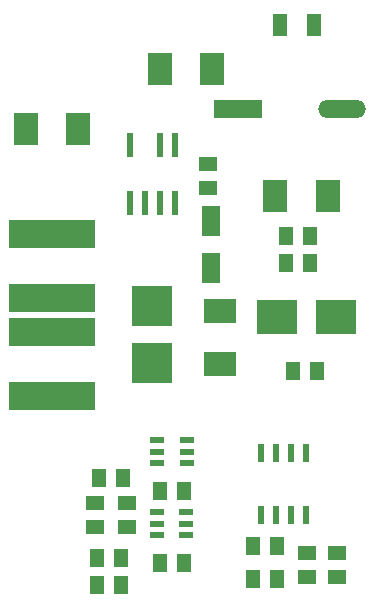
<source format=gtp>
G04 Layer_Color=8421504*
%FSLAX44Y44*%
%MOMM*%
G71*
G01*
G75*
%ADD10O,4.0640X1.5000*%
%ADD11R,4.0640X1.5000*%
%ADD12R,7.3500X2.4000*%
%ADD13R,1.6002X1.2700*%
%ADD14R,0.6000X2.0000*%
%ADD15R,1.5000X2.5000*%
%ADD16R,3.5000X3.5000*%
%ADD17R,3.5000X3.0000*%
%ADD18R,2.1590X2.7430*%
%ADD19R,1.2700X1.6002*%
%ADD20R,2.7430X2.1590*%
%ADD21R,1.3000X1.8500*%
%ADD22R,0.5080X1.5240*%
%ADD23R,1.2000X0.6000*%
D10*
X280180Y-86000D02*
D03*
D11*
X192550D02*
D03*
D12*
X35008Y-329329D02*
D03*
Y-274829D02*
D03*
Y-191829D02*
D03*
Y-246329D02*
D03*
D13*
X276008Y-482399D02*
D03*
Y-462079D02*
D03*
X166648Y-132179D02*
D03*
Y-152499D02*
D03*
X71008Y-419919D02*
D03*
Y-440239D02*
D03*
X98008Y-440239D02*
D03*
Y-419919D02*
D03*
X251008Y-482079D02*
D03*
Y-461759D02*
D03*
D14*
X138708Y-116199D02*
D03*
X126008D02*
D03*
X100608D02*
D03*
X138708Y-165199D02*
D03*
X126008D02*
D03*
X113308D02*
D03*
X100608D02*
D03*
D15*
X169188Y-220759D02*
D03*
Y-180759D02*
D03*
D16*
X119388Y-301419D02*
D03*
Y-252419D02*
D03*
D17*
X225468Y-261719D02*
D03*
X275468D02*
D03*
D18*
X126000Y-52000D02*
D03*
X170200D02*
D03*
X223908Y-160079D02*
D03*
X268108D02*
D03*
X57000Y-103000D02*
D03*
X12800D02*
D03*
D19*
X238848Y-308079D02*
D03*
X259168D02*
D03*
X253008Y-193139D02*
D03*
X232688D02*
D03*
X232688Y-215999D02*
D03*
X253008D02*
D03*
X146168Y-470079D02*
D03*
X125848D02*
D03*
X74848Y-398079D02*
D03*
X95168D02*
D03*
X146328Y-409039D02*
D03*
X126008D02*
D03*
X93168Y-489079D02*
D03*
X72848D02*
D03*
X225168Y-456079D02*
D03*
X204848D02*
D03*
X93168Y-466079D02*
D03*
X72848D02*
D03*
X225168Y-484079D02*
D03*
X204848D02*
D03*
D20*
X176808Y-257399D02*
D03*
Y-301599D02*
D03*
D21*
X256508Y-15079D02*
D03*
X227508D02*
D03*
D22*
X211258Y-377624D02*
D03*
X223958D02*
D03*
X236658D02*
D03*
X249358D02*
D03*
Y-429694D02*
D03*
X236658D02*
D03*
X223958D02*
D03*
X211258D02*
D03*
D23*
X148508Y-446579D02*
D03*
Y-437079D02*
D03*
Y-427579D02*
D03*
X123508D02*
D03*
Y-437079D02*
D03*
Y-446579D02*
D03*
X123668Y-385519D02*
D03*
Y-376019D02*
D03*
Y-366519D02*
D03*
X148668D02*
D03*
Y-376019D02*
D03*
Y-385519D02*
D03*
M02*

</source>
